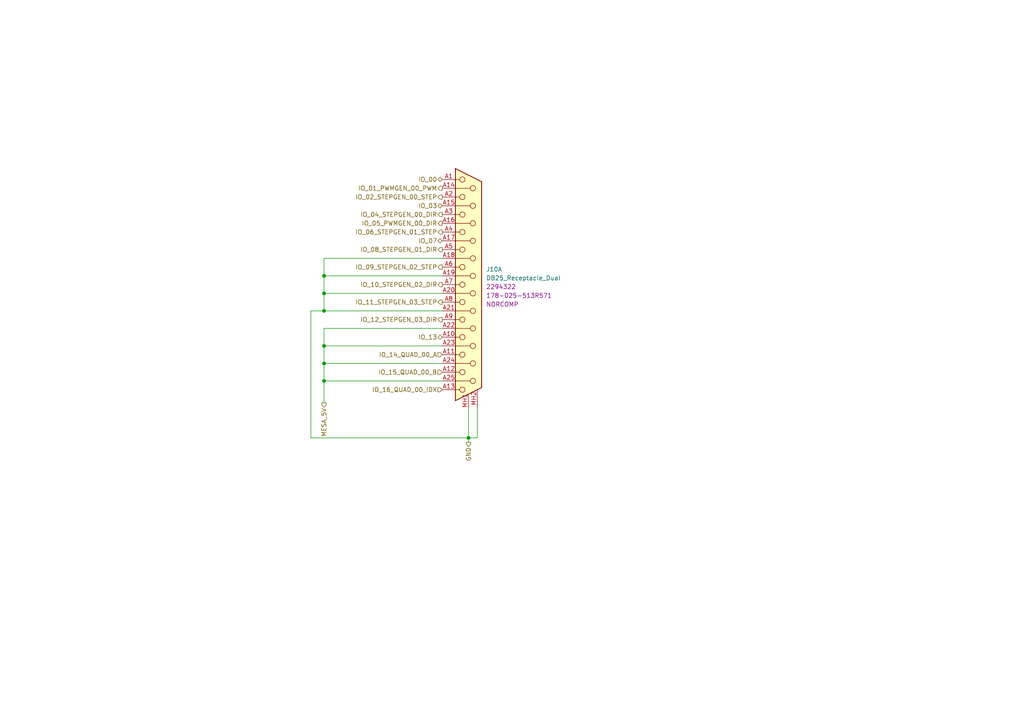
<source format=kicad_sch>
(kicad_sch (version 20230121) (generator eeschema)
  (paper "A4")
  (lib_symbols
    (symbol "UnifiedBreakout:DB25_Receptacle_Dual" (pin_names (offset 1.016) hide)
      (property "Reference" "J" (at 0 36.83 0))
      (property "Value" "DB25_Receptacle_Dual" (at 0 34.925 0))
      (property "Farnell PN" "2294322" (at 0 0 0))
      (property "MPN" "178-025-513R571" (at 0 0 0))
      (property "Manufacturer" "NORCOMP" (at 0 0 0))
      (symbol "DB25_Receptacle_Dual_0_1"
        (circle (center -1.778 -30.48) (radius 0.762))
        (circle (center -1.778 -25.4) (radius 0.762))
        (circle (center -1.778 -20.32) (radius 0.762))
        (circle (center -1.778 -15.24) (radius 0.762))
        (circle (center -1.778 -10.16) (radius 0.762))
        (circle (center -1.778 -5.08) (radius 0.762))
        (circle (center -1.778 0) (radius 0.762))
        (circle (center -1.778 5.08) (radius 0.762))
        (circle (center -1.778 10.16) (radius 0.762))
        (circle (center -1.778 15.24) (radius 0.762))
        (circle (center -1.778 20.32) (radius 0.762))
        (circle (center -1.778 25.4) (radius 0.762))
        (circle (center -1.778 30.48) (radius 0.762))
        (polyline (pts (xy -3.81 -30.48) (xy -2.54 -30.48)))
        (polyline (pts (xy -3.81 -27.94) (xy 0.508 -27.94)))
        (polyline (pts (xy -3.81 -25.4) (xy -2.54 -25.4)))
        (polyline (pts (xy -3.81 -22.86) (xy 0.508 -22.86)))
        (polyline (pts (xy -3.81 -20.32) (xy -2.54 -20.32)))
        (polyline (pts (xy -3.81 -17.78) (xy 0.508 -17.78)))
        (polyline (pts (xy -3.81 -15.24) (xy -2.54 -15.24)))
        (polyline (pts (xy -3.81 -12.7) (xy 0.508 -12.7)))
        (polyline (pts (xy -3.81 -10.16) (xy -2.54 -10.16)))
        (polyline (pts (xy -3.81 -7.62) (xy 0.508 -7.62)))
        (polyline (pts (xy -3.81 -5.08) (xy -2.54 -5.08)))
        (polyline (pts (xy -3.81 -2.54) (xy 0.508 -2.54)))
        (polyline (pts (xy -3.81 0) (xy -2.54 0)))
        (polyline (pts (xy -3.81 2.54) (xy 0.508 2.54)))
        (polyline (pts (xy -3.81 5.08) (xy -2.54 5.08)))
        (polyline (pts (xy -3.81 7.62) (xy 0.508 7.62)))
        (polyline (pts (xy -3.81 10.16) (xy -2.54 10.16)))
        (polyline (pts (xy -3.81 12.7) (xy 0.508 12.7)))
        (polyline (pts (xy -3.81 15.24) (xy -2.54 15.24)))
        (polyline (pts (xy -3.81 17.78) (xy 0.508 17.78)))
        (polyline (pts (xy -3.81 20.32) (xy -2.54 20.32)))
        (polyline (pts (xy -3.81 22.86) (xy 0.508 22.86)))
        (polyline (pts (xy -3.81 25.4) (xy -2.54 25.4)))
        (polyline (pts (xy -3.81 27.94) (xy 0.508 27.94)))
        (polyline (pts (xy -3.81 30.48) (xy -2.54 30.48)))
        (polyline (pts (xy -3.81 33.655) (xy 3.81 29.845) (xy 3.81 -29.845) (xy -3.81 -33.655) (xy -3.81 33.655)) (stroke (width 0.254)) (fill (type background)))
        (circle (center 1.27 -27.94) (radius 0.762))
        (circle (center 1.27 -22.86) (radius 0.762))
        (circle (center 1.27 -17.78) (radius 0.762))
        (circle (center 1.27 -12.7) (radius 0.762))
        (circle (center 1.27 -7.62) (radius 0.762))
        (circle (center 1.27 -2.54) (radius 0.762))
        (circle (center 1.27 2.54) (radius 0.762))
        (circle (center 1.27 7.62) (radius 0.762))
        (circle (center 1.27 12.7) (radius 0.762))
        (circle (center 1.27 17.78) (radius 0.762))
        (circle (center 1.27 22.86) (radius 0.762))
        (circle (center 1.27 27.94) (radius 0.762))
      )
      (symbol "DB25_Receptacle_Dual_1_1"
        (pin passive line (at -7.62 30.48 0) (length 3.81) (name "A1") (number "A1"))
        (pin passive line (at -7.62 -15.24 0) (length 3.81) (name "A10") (number "A10"))
        (pin passive line (at -7.62 -20.32 0) (length 3.81) (name "A11") (number "A11"))
        (pin passive line (at -7.62 -25.4 0) (length 3.81) (name "A12") (number "A12"))
        (pin passive line (at -7.62 -30.48 0) (length 3.81) (name "A13") (number "A13"))
        (pin passive line (at -7.62 27.94 0) (length 3.81) (name "A14") (number "A14"))
        (pin passive line (at -7.62 22.86 0) (length 3.81) (name "A15") (number "A15"))
        (pin passive line (at -7.62 17.78 0) (length 3.81) (name "A16") (number "A16"))
        (pin passive line (at -7.62 12.7 0) (length 3.81) (name "A17") (number "A17"))
        (pin passive line (at -7.62 7.62 0) (length 3.81) (name "A18") (number "A18"))
        (pin passive line (at -7.62 2.54 0) (length 3.81) (name "A19") (number "A19"))
        (pin passive line (at -7.62 25.4 0) (length 3.81) (name "A2") (number "A2"))
        (pin passive line (at -7.62 -2.54 0) (length 3.81) (name "A20") (number "A20"))
        (pin passive line (at -7.62 -7.62 0) (length 3.81) (name "A21") (number "A21"))
        (pin passive line (at -7.62 -12.7 0) (length 3.81) (name "A22") (number "A22"))
        (pin passive line (at -7.62 -17.78 0) (length 3.81) (name "A23") (number "A23"))
        (pin passive line (at -7.62 -22.86 0) (length 3.81) (name "A24") (number "A24"))
        (pin passive line (at -7.62 -27.94 0) (length 3.81) (name "A25") (number "A25"))
        (pin passive line (at -7.62 20.32 0) (length 3.81) (name "A3") (number "A3"))
        (pin passive line (at -7.62 15.24 0) (length 3.81) (name "A4") (number "A4"))
        (pin passive line (at -7.62 10.16 0) (length 3.81) (name "A5") (number "A5"))
        (pin passive line (at -7.62 5.08 0) (length 3.81) (name "A6") (number "A6"))
        (pin passive line (at -7.62 0 0) (length 3.81) (name "A7") (number "A7"))
        (pin passive line (at -7.62 -5.08 0) (length 3.81) (name "A8") (number "A8"))
        (pin passive line (at -7.62 -10.16 0) (length 3.81) (name "A9") (number "A9"))
        (pin passive line (at 0 -35.56 90) (length 3.81) (name "MH1") (number "MH1"))
        (pin passive line (at 2.54 -35.56 90) (length 5.1) (name "MH2") (number "MH2"))
      )
      (symbol "DB25_Receptacle_Dual_2_1"
        (pin passive line (at -7.62 30.48 0) (length 3.81) (name "B1") (number "B1"))
        (pin passive line (at -7.62 -15.24 0) (length 3.81) (name "B10") (number "B10"))
        (pin passive line (at -7.62 -20.32 0) (length 3.81) (name "B11") (number "B11"))
        (pin passive line (at -7.62 -25.4 0) (length 3.81) (name "B12") (number "B12"))
        (pin passive line (at -7.62 -30.48 0) (length 3.81) (name "B13") (number "B13"))
        (pin passive line (at -7.62 27.94 0) (length 3.81) (name "B14") (number "B14"))
        (pin passive line (at -7.62 22.86 0) (length 3.81) (name "B15") (number "B15"))
        (pin passive line (at -7.62 17.78 0) (length 3.81) (name "B16") (number "B16"))
        (pin passive line (at -7.62 12.7 0) (length 3.81) (name "B17") (number "B17"))
        (pin passive line (at -7.62 7.62 0) (length 3.81) (name "B18") (number "B18"))
        (pin passive line (at -7.62 2.54 0) (length 3.81) (name "B19") (number "B19"))
        (pin passive line (at -7.62 25.4 0) (length 3.81) (name "B2") (number "B2"))
        (pin passive line (at -7.62 -2.54 0) (length 3.81) (name "B20") (number "B20"))
        (pin passive line (at -7.62 -7.62 0) (length 3.81) (name "B21") (number "B21"))
        (pin passive line (at -7.62 -12.7 0) (length 3.81) (name "B22") (number "B22"))
        (pin passive line (at -7.62 -17.78 0) (length 3.81) (name "B23") (number "B23"))
        (pin passive line (at -7.62 -22.86 0) (length 3.81) (name "B24") (number "B24"))
        (pin passive line (at -7.62 -27.94 0) (length 3.81) (name "B25") (number "B25"))
        (pin passive line (at -7.62 20.32 0) (length 3.81) (name "B3") (number "B3"))
        (pin passive line (at -7.62 15.24 0) (length 3.81) (name "B4") (number "B4"))
        (pin passive line (at -7.62 10.16 0) (length 3.81) (name "B5") (number "B5"))
        (pin passive line (at -7.62 5.08 0) (length 3.81) (name "B6") (number "B6"))
        (pin passive line (at -7.62 0 0) (length 3.81) (name "B7") (number "B7"))
        (pin passive line (at -7.62 -5.08 0) (length 3.81) (name "B8") (number "B8"))
        (pin passive line (at -7.62 -10.16 0) (length 3.81) (name "B9") (number "B9"))
        (pin passive line (at 0 -35.56 90) (length 3.81) (name "MH3") (number "MH3"))
        (pin passive line (at 2.54 -35.56 90) (length 5.1) (name "MH4") (number "MH4"))
      )
    )
  )
  (junction (at 93.98 105.41) (diameter 0.9144))
  (junction (at 93.98 110.49) (diameter 0.9144))
  (junction (at 135.89 127) (diameter 0.9144))
  (junction (at 93.98 90.17) (diameter 0.9144))
  (junction (at 93.98 80.01) (diameter 0.9144))
  (junction (at 93.98 85.09) (diameter 0.9144))
  (junction (at 93.98 100.33) (diameter 0.9144))
  (wire (pts (xy 93.98 80.01) (xy 93.98 74.93)))
  (wire (pts (xy 90.17 90.17) (xy 90.17 127)))
  (wire (pts (xy 138.43 127) (xy 135.89 127)))
  (wire (pts (xy 93.98 100.33) (xy 93.98 105.41)))
  (wire (pts (xy 90.17 127) (xy 135.89 127)))
  (wire (pts (xy 135.89 118.11) (xy 135.89 127)))
  (wire (pts (xy 93.98 95.25) (xy 93.98 100.33)))
  (wire (pts (xy 138.43 118.11) (xy 138.43 127)))
  (wire (pts (xy 93.98 74.93) (xy 128.27 74.93)))
  (wire (pts (xy 93.98 80.01) (xy 128.27 80.01)))
  (wire (pts (xy 135.89 127) (xy 135.89 128.27)))
  (wire (pts (xy 93.98 110.49) (xy 93.98 116.84)))
  (wire (pts (xy 93.98 95.25) (xy 128.27 95.25)))
  (wire (pts (xy 93.98 90.17) (xy 93.98 85.09)))
  (wire (pts (xy 93.98 105.41) (xy 93.98 110.49)))
  (wire (pts (xy 93.98 90.17) (xy 90.17 90.17)))
  (wire (pts (xy 93.98 110.49) (xy 128.27 110.49)))
  (wire (pts (xy 93.98 100.33) (xy 128.27 100.33)))
  (wire (pts (xy 93.98 105.41) (xy 128.27 105.41)))
  (wire (pts (xy 93.98 85.09) (xy 93.98 80.01)))
  (wire (pts (xy 93.98 90.17) (xy 128.27 90.17)))
  (wire (pts (xy 93.98 85.09) (xy 128.27 85.09)))
  (hierarchical_label "IO_07" (shape bidirectional) (at 128.27 69.85 180))
  (hierarchical_label "IO_16_QUAD_00_IDX" (shape input) (at 128.27 113.03 180))
  (hierarchical_label "IO_15_QUAD_00_B" (shape input) (at 128.27 107.95 180))
  (hierarchical_label "IO_02_STEPGEN_00_STEP" (shape output) (at 128.27 57.15 180))
  (hierarchical_label "IO_03" (shape bidirectional) (at 128.27 59.69 180))
  (hierarchical_label "IO_12_STEPGEN_03_DIR" (shape output) (at 128.27 92.71 180))
  (hierarchical_label "IO_10_STEPGEN_02_DIR" (shape output) (at 128.27 82.55 180))
  (hierarchical_label "IO_05_PWMGEN_00_DIR" (shape output) (at 128.27 64.77 180))
  (hierarchical_label "IO_13" (shape bidirectional) (at 128.27 97.79 180))
  (hierarchical_label "IO_09_STEPGEN_02_STEP" (shape output) (at 128.27 77.47 180))
  (hierarchical_label "MESA_5V" (shape output) (at 93.98 116.84 270))
  (hierarchical_label "IO_00" (shape bidirectional) (at 128.27 52.07 180))
  (hierarchical_label "IO_01_PWMGEN_00_PWM" (shape output) (at 128.27 54.61 180))
  (hierarchical_label "IO_08_STEPGEN_01_DIR" (shape output) (at 128.27 72.39 180))
  (hierarchical_label "IO_14_QUAD_00_A" (shape input) (at 128.27 102.87 180))
  (hierarchical_label "IO_11_STEPGEN_03_STEP" (shape output) (at 128.27 87.63 180))
  (hierarchical_label "GND" (shape output) (at 135.89 128.27 270))
  (hierarchical_label "IO_04_STEPGEN_00_DIR" (shape output) (at 128.27 62.23 180))
  (hierarchical_label "IO_06_STEPGEN_01_STEP" (shape output) (at 128.27 67.31 180))
  (symbol (lib_id "UnifiedBreakout:DB25_Receptacle_Dual") (at 135.89 82.55 0) (unit 1)
    (property "Reference" "J10" (at 140.97 78.105 0) (effects (justify left)))
    (property "Value" "DB25_Receptacle_Dual" (at 140.97 80.645 0) (effects (justify left)))
    (property "Footprint" "UnifiedBreakout:NorComp-Dual-DB25" (effects hide))
    (property "Datasheet" " ~" (effects hide))
    (property "Farnell PN" "2294322" (at 140.97 83.185 0) (effects (justify left)))
    (property "MPN" "178-025-513R571" (at 140.97 85.725 0) (effects (justify left)))
    (property "Manufacturer" "NORCOMP" (at 140.97 88.265 0) (effects (justify left)))
  )
)
</source>
